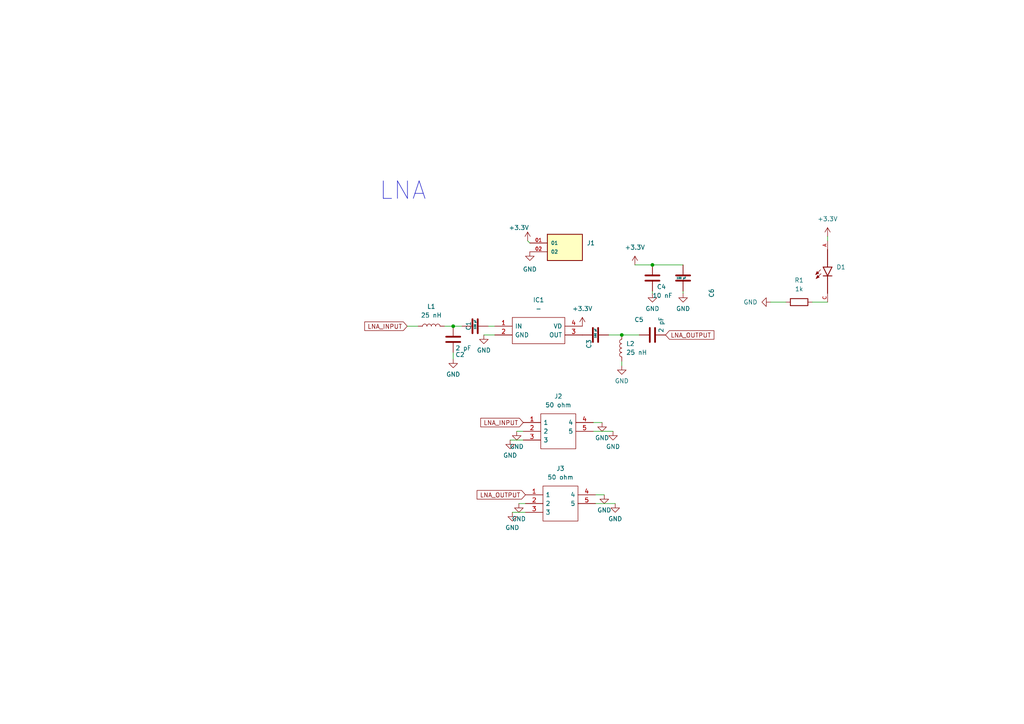
<source format=kicad_sch>
(kicad_sch (version 20230121) (generator eeschema)
  (paper "A4")
  (lib_symbols
    (symbol "0603 LED:LTST-C190KRKT" (pin_names (offset 1.016))
      (property "Reference" "D" (at -2.0351 4.0703 0))
      (property "Value" "LTST-C190KRKT" (at -2.0337 -3.8132 0))
      (symbol "LTST-C190KRKT_0_0"
        (polyline (pts (xy -5.08 0) (xy 0 0)) (stroke (width 0.254)))
        (polyline (pts (xy 0 -1.27) (xy 0 0)) (stroke (width 0.254)))
        (polyline (pts (xy 0 0) (xy 0 1.27)) (stroke (width 0.254)))
        (polyline (pts (xy 0 0) (xy 2.54 1.27)) (stroke (width 0.254)))
        (polyline (pts (xy 0.635 1.905) (xy -0.762 3.302)) (stroke (width 0.1524)))
        (polyline (pts (xy 1.778 2.032) (xy 0.381 3.429)) (stroke (width 0.1524)))
        (polyline (pts (xy 2.54 -1.27) (xy 0 0)) (stroke (width 0.254)))
        (polyline (pts (xy 2.54 -1.27) (xy 2.54 0)) (stroke (width 0.254)))
        (polyline (pts (xy 2.54 0) (xy 2.54 1.27)) (stroke (width 0.254)))
        (polyline (pts (xy 2.54 0) (xy 7.62 0)) (stroke (width 0.254)))
        (polyline (pts (xy -0.762 3.302) (xy 0.127 2.921) (xy -0.381 2.413) (xy -0.762 3.302)) (stroke (width 0.1524)) (fill (type outline)))
        (polyline (pts (xy 0.381 3.429) (xy 1.27 3.048) (xy 0.762 2.54) (xy 0.381 3.429)) (stroke (width 0.1524)) (fill (type outline)))
        (pin passive line (at 10.16 0 180) (length 2.54) (name "~") (number "A"))
        (pin passive line (at -7.62 0 0) (length 2.54) (name "~") (number "C"))
      )
    )
    (symbol "BGA420:BGA420H6327XTSA1" (pin_names (offset 0.762))
      (property "Reference" "IC" (at 21.59 7.62 0))
      (property "Value" "BGA420H6327XTSA1" (at 21.59 5.08 0))
      (symbol "BGA420H6327XTSA1_0_0"
        (pin passive line (at 0 0 0) (length 5.08) (name "IN") (number "1"))
        (pin passive line (at 0 -2.54 0) (length 5.08) (name "GND") (number "2"))
        (pin passive line (at 25.4 -2.54 180) (length 5.08) (name "OUT") (number "3"))
        (pin passive line (at 25.4 0 180) (length 5.08) (name "VD") (number "4"))
      )
      (symbol "BGA420H6327XTSA1_0_1"
        (polyline (pts (xy 5.08 2.54) (xy 20.32 2.54) (xy 20.32 -5.08) (xy 5.08 -5.08) (xy 5.08 2.54)) (stroke (width 0.1524)))
      )
    )
    (symbol "Device:C" (pin_numbers hide) (pin_names (offset 0.254))
      (property "Reference" "C" (at 0.635 2.54 0))
      (property "Value" "C" (at 0.635 -2.54 0))
      (symbol "C_0_1"
        (polyline (pts (xy -2.032 -0.762) (xy 2.032 -0.762)) (stroke (width 0.508)))
        (polyline (pts (xy -2.032 0.762) (xy 2.032 0.762)) (stroke (width 0.508)))
      )
      (symbol "C_1_1"
        (pin passive line (at 0 3.81 270) (length 2.794) (name "~") (number "1"))
        (pin passive line (at 0 -3.81 90) (length 2.794) (name "~") (number "2"))
      )
    )
    (symbol "Device:L" (pin_numbers hide) (pin_names (offset 1.016) hide)
      (property "Reference" "L" (at -1.27 0 90))
      (property "Value" "L" (at 1.905 0 90))
      (symbol "L_0_1"
        (arc (start 0 -2.54) (mid 0.6323 -1.905) (end 0 -1.27))
        (arc (start 0 -1.27) (mid 0.6323 -0.635) (end 0 0))
        (arc (start 0 0) (mid 0.6323 0.635) (end 0 1.27))
        (arc (start 0 1.27) (mid 0.6323 1.905) (end 0 2.54))
      )
      (symbol "L_1_1"
        (pin passive line (at 0 3.81 270) (length 1.27) (name "1") (number "1"))
        (pin passive line (at 0 -3.81 90) (length 1.27) (name "2") (number "2"))
      )
    )
    (symbol "Device:R" (pin_numbers hide) (pin_names (offset 0))
      (property "Reference" "R" (at 2.032 0 90))
      (property "Value" "R" (at 0 0 90))
      (symbol "R_0_1"
        (rectangle (start -1.016 -2.54) (end 1.016 2.54) (stroke (width 0.254)))
      )
      (symbol "R_1_1"
        (pin passive line (at 0 3.81 270) (length 1.27) (name "~") (number "1"))
        (pin passive line (at 0 -3.81 90) (length 1.27) (name "~") (number "2"))
      )
    )
    (symbol "SMA Jacks:5-1814400-2" (pin_names (offset 0.762))
      (property "Reference" "J" (at 16.51 7.62 0))
      (property "Value" "5-1814400-2" (at 16.51 5.08 0))
      (symbol "5-1814400-2_0_0"
        (pin passive line (at 0 0 0) (length 5.08) (name "1") (number "1"))
        (pin passive line (at 0 -2.54 0) (length 5.08) (name "2") (number "2"))
        (pin passive line (at 0 -5.08 0) (length 5.08) (name "3") (number "3"))
        (pin passive line (at 20.32 0 180) (length 5.08) (name "4") (number "4"))
        (pin passive line (at 20.32 -2.54 180) (length 5.08) (name "5") (number "5"))
      )
      (symbol "5-1814400-2_0_1"
        (polyline (pts (xy 5.08 2.54) (xy 15.24 2.54) (xy 15.24 -7.62) (xy 5.08 -7.62) (xy 5.08 2.54)) (stroke (width 0.1524)))
      )
    )
    (symbol "Two Terminal Block:1935776" (pin_names (offset 1.016))
      (property "Reference" "J" (at -5.08 5.842 0))
      (property "Value" "1935776" (at -5.08 -5.08 0))
      (symbol "1935776_0_0"
        (rectangle (start -5.08 -2.54) (end 5.08 5.08) (stroke (width 0.254)) (fill (type background)))
        (pin passive line (at -10.16 2.54 0) (length 5.08) (name "01") (number "01"))
        (pin passive line (at -10.16 0 0) (length 5.08) (name "02") (number "02"))
      )
    )
    (symbol "power:+3.3V" (power) (pin_names (offset 0))
      (property "Value" "+3.3V" (at 0 3.556 0))
      (symbol "+3.3V_0_1"
        (polyline (pts (xy -0.762 1.27) (xy 0 2.54)))
        (polyline (pts (xy 0 0) (xy 0 2.54)))
        (polyline (pts (xy 0 2.54) (xy 0.762 1.27)))
      )
      (symbol "+3.3V_1_1"
        (pin power_in line (at 0 0 90) (length 0) hide (name "+3.3V") (number "1"))
      )
    )
    (symbol "power:GND" (power) (pin_names (offset 0))
      (property "Value" "GND" (at 0 -3.81 0))
      (symbol "GND_0_1"
        (polyline (pts (xy 0 0) (xy 0 -1.27) (xy 1.27 -1.27) (xy 0 -2.54) (xy -1.27 -1.27) (xy 0 -1.27)))
      )
      (symbol "GND_1_1"
        (pin power_in line (at 0 0 270) (length 0) hide (name "GND") (number "1"))
      )
    )
  )
  (junction (at 189.23 76.835))
  (junction (at 180.34 97.155))
  (junction (at 131.445 94.615))
  (wire (pts (xy 180.34 104.775) (xy 180.34 106.045)))
  (wire (pts (xy 141.605 94.615) (xy 143.51 94.615)))
  (wire (pts (xy 140.335 97.155) (xy 143.51 97.155)))
  (wire (pts (xy 172.72 146.05) (xy 178.435 146.05)))
  (wire (pts (xy 131.445 94.615) (xy 133.985 94.615)))
  (wire (pts (xy 235.585 87.63) (xy 240.03 87.63)))
  (wire (pts (xy 149.86 125.095) (xy 151.765 125.095)))
  (wire (pts (xy 176.53 97.155) (xy 180.34 97.155)))
  (wire (pts (xy 148.59 148.59) (xy 152.4 148.59)))
  (wire (pts (xy 184.15 76.835) (xy 189.23 76.835)))
  (wire (pts (xy 172.085 125.095) (xy 177.8 125.095)))
  (wire (pts (xy 223.52 87.63) (xy 227.965 87.63)))
  (wire (pts (xy 240.03 68.58) (xy 240.03 69.85)))
  (wire (pts (xy 180.34 97.155) (xy 185.42 97.155)))
  (wire (pts (xy 172.72 143.51) (xy 175.26 143.51)))
  (wire (pts (xy 118.11 94.615) (xy 121.285 94.615)))
  (wire (pts (xy 153.035 69.85) (xy 153.67 70.485)))
  (wire (pts (xy 172.085 122.555) (xy 174.625 122.555)))
  (wire (pts (xy 147.955 127.635) (xy 151.765 127.635)))
  (wire (pts (xy 198.12 85.09) (xy 198.12 84.455)))
  (wire (pts (xy 128.905 94.615) (xy 131.445 94.615)))
  (wire (pts (xy 150.495 146.05) (xy 152.4 146.05)))
  (wire (pts (xy 131.445 102.235) (xy 131.445 104.14)))
  (wire (pts (xy 189.23 85.09) (xy 189.23 84.455)))
  (wire (pts (xy 189.23 76.835) (xy 198.12 76.835)))
  (text "LNA\n" (at 109.855 58.42 0) (effects (font (size 5.08 5.08)) (justify left bottom)))
  (global_label "LNA_INPUT" (shape input) (at 151.765 122.555 180) (property "Intersheetrefs" "${INTERSHEET_REFS}" (effects hide)))
  (global_label "LNA_INPUT" (shape input) (at 118.11 94.615 180) (property "Intersheetrefs" "${INTERSHEET_REFS}" (effects hide)))
  (global_label "LNA_OUTPUT" (shape input) (at 193.04 97.155 0) (property "Intersheetrefs" "${INTERSHEET_REFS}" (effects hide)))
  (global_label "LNA_OUTPUT" (shape input) (at 152.4 143.51 180) (property "Intersheetrefs" "${INTERSHEET_REFS}" (effects hide)))
  (symbol (lib_id "0603 LED:LTST-C190KRKT") (at 240.03 80.01 90) (unit 1)
    (property "Reference" "D1" (at 242.57 77.47 90) (effects (justify right)))
    (property "Value" "-" (effects hide))
    (property "Footprint" "0603 LED:LEDC1608X35N" (effects hide))
    (property "Description" "LED RED CLEAR CHIP SMD" (effects hide))
    (property "Link" "https://www.digikey.com/en/products/detail/liteon/LTST-C190KRKT/386817?s=N4IgTCBcDaIDIBUDKCC0BhAjATgAwGkAlfBAAhAF0BfIA" (effects hide))
    (property "Manufacturer" "Lite-On Inc." (effects hide))
    (property "Part Number" "LTST-C190KRKT" (effects hide))
    (property "Vendor" "Digikey" (effects hide))
    (property "Vendor ID" "160-1436-1-ND" (effects hide))
  )
  (symbol (lib_id "Device:C") (at 198.12 80.645 0) (unit 1)
    (property "Reference" "C6" (at 206.375 86.36 90) (effects (justify left)))
    (property "Value" "100 pF" (at 196.215 80.645 0) (effects (font (size 0.508 0.508)) (justify left)))
    (property "Footprint" "Capacitor_SMD:C_0603_1608Metric_Pad1.08x0.95mm_HandSolder" (effects hide))
    (property "Description" "CAP CER 100PF 16V C0G/NP0 0603" (effects hide))
    (property "Link" "https://www.digikey.com/en/products/detail/w%C3%BCrth-elektronik/885012006023/5453621" (effects hide))
    (property "Manufacturer" "Würth Elektronik" (effects hide))
    (property "Part Number" "885012006023" (effects hide))
    (property "Vendor" "Digikey" (effects hide))
    (property "Vendor ID" "732-7766-1-ND" (effects hide))
  )
  (symbol (lib_id "BGA420:BGA420H6327XTSA1") (at 143.51 94.615 0) (unit 1)
    (property "Reference" "IC1" (at 156.21 86.995 0))
    (property "Value" "-" (at 156.21 89.535 0))
    (property "Footprint" "bga420:SOT343" (effects hide))
    (property "Description" "IC RF AMP GPS 0HZ-3GHZ SOT343-3D" (effects hide))
    (property "Link" "https://www.digikey.com/en/products/detail/infineon-technologies/BGA420H6327XTSA1/2337810" (effects hide))
    (property "Manufacturer" "Infineon Technologies" (effects hide))
    (property "Part Number" "BGA420H6327XTSA1" (effects hide))
    (property "Vendor" "Digikey" (effects hide))
    (property "Vendor ID" "BGA420H6327XTSA1CT-ND" (effects hide))
  )
  (symbol (lib_id "power:GND") (at 131.445 104.14 0) (unit 1)
    (property "Reference" "#PWR01" (effects hide))
    (property "Value" "GND" (at 131.445 108.585 0))
  )
  (symbol (lib_id "power:GND") (at 153.67 73.025 0) (unit 1)
    (property "Reference" "#PWR011" (effects hide))
    (property "Value" "GND" (at 153.67 78.105 0))
  )
  (symbol (lib_id "Device:R") (at 231.775 87.63 90) (unit 1)
    (property "Reference" "R1" (at 231.775 81.28 90))
    (property "Value" "1k" (at 231.775 83.82 90))
    (property "Footprint" "Resistor_SMD:R_0603_1608Metric_Pad0.98x0.95mm_HandSolder" (effects hide))
    (property "Description" "RES SMD 1K OHM 5% 1/10W 0603" (effects hide))
    (property "Link" "https://www.digikey.com/en/products/detail/panasonic-electronic-components/ERJ-3GEYJ102V/68472?s=N4IgjCBcoExaBjKAzAhgGwM4FMA0IB7KAbXABYAGANjJAF18AHAFyhAGVmAnASwDsA5iAC%2B%2BAMzwQSSGix5CJEDACsFCQxAs2nXoJH5lk6bJz4ikUmLBUAnGFoatkDt35DR4KkZQZTCiyBiNjBkXo6szjpu%2BuAA7N4yvvLmpGDBhuHarnoeoQkmyYqxABwUcJmR2e74YLG00FI%2BcmaKZGC1ZOVMES661UrKcA3GSS0BITA2Yg7dWX0xsRTxw01%2BKYFgMGAUGbOV8x7tMMuIq4Xj9HsgAJJ8zNgC2Fwxm3b5o-6WwWS7mj1RORqqgo72anxAyisMz%2Bc2ih0hEBWiTB6wgFV6cJqNmKNlBa0UILoHhgFGKhiRBTGqQABABrADyAAsALaYS4w5wAVT4PGY9OQAFlsKhMABXLjYGIAWkRp2R%2BIC23oHil9TllPBxWKtgcKvJ6o%2BqJA%2BDgJrI6hVJ0a8vOpCo2zKFFwSqJwmEQA" (effects hide))
    (property "Manufacturer" "Panasonic Electronic Components" (effects hide))
    (property "Part Number" "ERJ-3GEYJ102V" (effects hide))
    (property "Vendor" "Digikey" (effects hide))
    (property "Vendor ID" "P1.0KGCT-ND" (effects hide))
  )
  (symbol (lib_id "Device:C") (at 189.23 80.645 0) (unit 1)
    (property "Reference" "C4" (at 190.5 83.185 0) (effects (justify left)))
    (property "Value" "10 nF" (at 189.23 85.725 0) (effects (justify left)))
    (property "Footprint" "Capacitor_SMD:C_0603_1608Metric_Pad1.08x0.95mm_HandSolder" (effects hide))
    (property "Description" "CAP CER 10PF 10V C0G/NP0 0603" (effects hide))
    (property "Link" "https://www.digikey.com/en/products/detail/w%C3%BCrth-elektronik/885012006002/5453601" (effects hide))
    (property "Manufacturer" "Würth Elektronik" (effects hide))
    (property "Part Number" "885012006002" (effects hide))
    (property "Vendor" "Digikey" (effects hide))
    (property "Vendor ID" "732-7746-1-ND" (effects hide))
  )
  (symbol (lib_id "Device:C") (at 137.795 94.615 270) (unit 1)
    (property "Reference" "C2" (at 132.08 102.87 90) (effects (justify left)))
    (property "Value" "100 pF" (at 137.795 92.71 0) (effects (font (size 0.508 0.508)) (justify left)))
    (property "Footprint" "Capacitor_SMD:C_0603_1608Metric_Pad1.08x0.95mm_HandSolder" (effects hide))
    (property "Description" "CAP CER 100PF 16V C0G/NP0 0603" (effects hide))
    (property "Link" "https://www.digikey.com/en/products/detail/w%C3%BCrth-elektronik/885012006023/5453621" (effects hide))
    (property "Manufacturer" "Würth Elektronik" (effects hide))
    (property "Part Number" "885012006023" (effects hide))
    (property "Vendor" "Digikey" (effects hide))
    (property "Vendor ID" "732-7766-1-ND" (effects hide))
  )
  (symbol (lib_id "power:+3.3V") (at 168.91 94.615 0) (unit 1)
    (property "Reference" "#PWR03" (effects hide))
    (property "Value" "+3.3V" (at 168.91 89.535 0))
  )
  (symbol (lib_id "power:GND") (at 150.495 146.05 0) (unit 1)
    (property "Reference" "#PWR015" (effects hide))
    (property "Value" "GND" (at 150.495 150.495 0))
  )
  (symbol (lib_id "power:+3.3V") (at 184.15 76.835 0) (unit 1)
    (property "Reference" "#PWR05" (effects hide))
    (property "Value" "+3.3V" (at 184.15 71.755 0))
  )
  (symbol (lib_id "power:GND") (at 189.23 85.09 0) (unit 1)
    (property "Reference" "#PWR06" (effects hide))
    (property "Value" "GND" (at 189.23 89.535 0))
  )
  (symbol (lib_id "power:GND") (at 198.12 85.09 0) (unit 1)
    (property "Reference" "#PWR07" (effects hide))
    (property "Value" "GND" (at 198.12 89.535 0))
  )
  (symbol (lib_id "power:GND") (at 180.34 106.045 0) (unit 1)
    (property "Reference" "#PWR04" (effects hide))
    (property "Value" "GND" (at 180.34 110.49 0))
  )
  (symbol (lib_id "power:GND") (at 149.86 125.095 0) (unit 1)
    (property "Reference" "#PWR014" (effects hide))
    (property "Value" "GND" (at 149.86 129.54 0))
  )
  (symbol (lib_id "power:GND") (at 148.59 148.59 0) (unit 1)
    (property "Reference" "#PWR013" (effects hide))
    (property "Value" "GND" (at 148.59 153.035 0))
  )
  (symbol (lib_id "SMA Jacks:5-1814400-2") (at 151.765 122.555 0) (unit 1)
    (property "Reference" "J2" (at 161.925 114.935 0))
    (property "Value" "50 ohm" (at 161.925 117.475 0))
    (property "Footprint" "sma:518144002" (effects hide))
    (property "Description" "CONN SMA JACK R/A 50 OHM PCB" (effects hide))
    (property "Link" "https://www.digikey.com/en/products/detail/te-connectivity-amp-connectors/5-1814400-2/11498408?utm_adgroup=RF%20%26%20RFID&utm_source=google&utm_medium=cpc&utm_campaign=Dynamic%20Search_EN_RLSA_Cart&utm_term=&utm_content=RF%20%26%20RFID&utm_id=go_cmp-175054875_adg-15264283635_ad-665604606416_aud-505192123630:dsa-152295748091_dev-c_ext-_prd-_sig-CjwKCAjw7c2pBhAZEiwA88pOF5LthMYWSTqa-AciiuAKjxBdrXR98jc6iUU6iGaURKHmJ3UG9S-BWBoCcRMQAvD_BwE&gclid=CjwKCAjw7c2pBhAZEiwA88pOF5LthMYWSTqa-AciiuAKjxBdrXR98jc6iUU6iGaURKHmJ3UG9S-BWBoCcRMQAvD_BwE" (effects hide))
    (property "Manufacturer" "TE Connectivity AMP Connectors" (effects hide))
    (property "Part Number" "5-1814400-2" (effects hide))
    (property "Vendor" "Digikey" (effects hide))
    (property "Vendor ID" "17-5-1814400-2CT-ND" (effects hide))
  )
  (symbol (lib_id "Two Terminal Block:1935776") (at 163.83 73.025 0) (unit 1)
    (property "Reference" "J1" (at 170.18 70.485 0) (effects (justify left)))
    (property "Value" "-" (effects hide))
    (property "Footprint" "terminal block:PHOENIX_1935776" (effects hide))
    (property "Description" "TERM BLK 2POS SIDE ENTRY 5MM PCB" (effects hide))
    (property "Link" "https://www.digikey.com/en/products/detail/phoenix-contact/1935776/2513905" (effects hide))
    (property "Manufacturer" "Phoenix Contact" (effects hide))
    (property "Part Number" "1935776" (effects hide))
    (property "Vendor" "Digikey" (effects hide))
    (property "Vendor ID" "277-6405-ND" (effects hide))
  )
  (symbol (lib_id "Device:C") (at 172.72 97.155 270) (unit 1)
    (property "Reference" "C3" (at 170.815 98.425 0) (effects (justify left)))
    (property "Value" "100 pF" (at 172.72 95.25 0) (effects (font (size 0.508 0.508)) (justify left)))
    (property "Footprint" "Capacitor_SMD:C_0603_1608Metric_Pad1.08x0.95mm_HandSolder" (effects hide))
    (property "Description" "CAP CER 100PF 16V C0G/NP0 0603" (effects hide))
    (property "Link" "https://www.digikey.com/en/products/detail/w%C3%BCrth-elektronik/885012006023/5453621" (effects hide))
    (property "Manufacturer" "Würth Elektronik" (effects hide))
    (property "Part Number" "885012006023" (effects hide))
    (property "Vendor" "Digikey" (effects hide))
    (property "Vendor ID" "732-7766-1-ND" (effects hide))
  )
  (symbol (lib_id "Device:L") (at 180.34 100.965 180) (unit 1)
    (property "Reference" "L2" (at 181.61 99.695 0) (effects (justify right)))
    (property "Value" "25 nH" (at 181.61 102.235 0) (effects (justify right)))
    (property "Footprint" "Inductor_SMD:L_0603_1608Metric_Pad1.05x0.95mm_HandSolder" (effects hide))
    (property "Description" "FIXED IND 24NH 1.1A 85 MOHM SMD" (effects hide))
    (property "Link" "https://www.digikey.com/en/products/detail/shenzhen-sunlord-electronics-co-ltd/SDWL1608CP24NJSTF/14120446" (effects hide))
    (property "Manufacturer" "Shenzhen Sunlord Electronics Co., Ltd." (effects hide))
    (property "Part Number" "SDWL1608CP24NJSTF" (effects hide))
    (property "Vendor" "Digikey" (effects hide))
    (property "Vendor ID" "3442-SDWL1608CP24NJSTFCT-ND" (effects hide))
  )
  (symbol (lib_id "SMA Jacks:5-1814400-2") (at 152.4 143.51 0) (unit 1)
    (property "Reference" "J3" (at 162.56 135.89 0))
    (property "Value" "50 ohm" (at 162.56 138.43 0))
    (property "Footprint" "sma:518144002" (effects hide))
    (property "Description" "CONN SMA JACK R/A 50 OHM PCB" (effects hide))
    (property "Link" "https://www.digikey.com/en/products/detail/te-connectivity-amp-connectors/5-1814400-2/11498408?utm_adgroup=RF%20%26%20RFID&utm_source=google&utm_medium=cpc&utm_campaign=Dynamic%20Search_EN_RLSA_Cart&utm_term=&utm_content=RF%20%26%20RFID&utm_id=go_cmp-175054875_adg-15264283635_ad-665604606416_aud-505192123630:dsa-152295748091_dev-c_ext-_prd-_sig-CjwKCAjw7c2pBhAZEiwA88pOF5LthMYWSTqa-AciiuAKjxBdrXR98jc6iUU6iGaURKHmJ3UG9S-BWBoCcRMQAvD_BwE&gclid=CjwKCAjw7c2pBhAZEiwA88pOF5LthMYWSTqa-AciiuAKjxBdrXR98jc6iUU6iGaURKHmJ3UG9S-BWBoCcRMQAvD_BwE" (effects hide))
    (property "Manufacturer" "TE Connectivity AMP Connectors" (effects hide))
    (property "Part Number" "5-1814400-2" (effects hide))
    (property "Vendor" "Digikey" (effects hide))
    (property "Vendor ID" "17-5-1814400-2CT-ND" (effects hide))
  )
  (symbol (lib_id "power:+3.3V") (at 240.03 68.58 0) (unit 1)
    (property "Reference" "#PWR09" (effects hide))
    (property "Value" "+3.3V" (at 240.03 63.5 0))
  )
  (symbol (lib_id "power:GND") (at 174.625 122.555 0) (unit 1)
    (property "Reference" "#PWR016" (effects hide))
    (property "Value" "GND" (at 174.625 127 0))
  )
  (symbol (lib_id "power:GND") (at 223.52 87.63 270) (unit 1)
    (property "Reference" "#PWR08" (effects hide))
    (property "Value" "GND" (at 219.71 87.63 90) (effects (justify right)))
  )
  (symbol (lib_id "Device:L") (at 125.095 94.615 90) (unit 1)
    (property "Reference" "L1" (at 125.095 88.9 90))
    (property "Value" "25 nH" (at 125.095 91.44 90))
    (property "Footprint" "Inductor_SMD:L_0603_1608Metric_Pad1.05x0.95mm_HandSolder" (effects hide))
    (property "Description" "FIXED IND 24NH 1.1A 85 MOHM SMD" (effects hide))
    (property "Link" "https://www.digikey.com/en/products/detail/shenzhen-sunlord-electronics-co-ltd/SDWL1608CP24NJSTF/14120446" (effects hide))
    (property "Manufacturer" "Shenzhen Sunlord Electronics Co., Ltd." (effects hide))
    (property "Part Number" "SDWL1608CP24NJSTF" (effects hide))
    (property "Vendor" "Digikey" (effects hide))
    (property "Vendor ID" "3442-SDWL1608CP24NJSTFCT-ND" (effects hide))
  )
  (symbol (lib_id "power:GND") (at 177.8 125.095 0) (unit 1)
    (property "Reference" "#PWR018" (effects hide))
    (property "Value" "GND" (at 177.8 129.54 0))
  )
  (symbol (lib_id "power:GND") (at 147.955 127.635 0) (unit 1)
    (property "Reference" "#PWR012" (effects hide))
    (property "Value" "GND" (at 147.955 132.08 0))
  )
  (symbol (lib_id "Device:C") (at 189.23 97.155 90) (unit 1)
    (property "Reference" "C5" (at 186.69 92.71 90) (effects (justify left)))
    (property "Value" "2 pF" (at 191.77 96.52 0) (effects (justify left)))
    (property "Footprint" "Capacitor_SMD:C_0603_1608Metric_Pad1.08x0.95mm_HandSolder" (effects hide))
    (property "Description" "CAP CER 2.2PF 50V C0G/NP0 0603" (effects hide))
    (property "Link" "https://www.digikey.com/en/products/detail/w%C3%BCrth-elektronik/885012006047/5453644" (effects hide))
    (property "Manufacturer" "Würth Elektronik" (effects hide))
    (property "Part Number" "885012006047" (effects hide))
    (property "Vendor" "Digikey" (effects hide))
    (property "Vendor ID" "732-7789-1-ND" (effects hide))
  )
  (symbol (lib_id "power:GND") (at 175.26 143.51 0) (unit 1)
    (property "Reference" "#PWR017" (effects hide))
    (property "Value" "GND" (at 175.26 147.955 0))
  )
  (symbol (lib_id "Device:C") (at 131.445 98.425 0) (unit 1)
    (property "Reference" "C1" (at 135.89 95.885 90) (effects (justify left)))
    (property "Value" "2 pF" (at 132.08 100.965 0) (effects (justify left)))
    (property "Footprint" "Capacitor_SMD:C_0603_1608Metric_Pad1.08x0.95mm_HandSolder" (effects hide))
    (property "Description" "CAP CER 2.2PF 50V C0G/NP0 0603" (effects hide))
    (property "Link" "https://www.digikey.com/en/products/detail/w%C3%BCrth-elektronik/885012006047/5453644" (effects hide))
    (property "Manufacturer" "Würth Elektronik" (effects hide))
    (property "Part Number" "885012006047" (effects hide))
    (property "Vendor" "Digikey" (effects hide))
    (property "Vendor ID" "732-7789-1-ND" (effects hide))
  )
  (symbol (lib_id "power:GND") (at 140.335 97.155 0) (unit 1)
    (property "Reference" "#PWR02" (effects hide))
    (property "Value" "GND" (at 140.335 101.6 0))
  )
  (symbol (lib_id "power:+3.3V") (at 153.035 69.85 0) (unit 1)
    (property "Reference" "#PWR010" (effects hide))
    (property "Value" "+3.3V" (at 150.495 66.04 0))
  )
  (symbol (lib_id "power:GND") (at 178.435 146.05 0) (unit 1)
    (property "Reference" "#PWR019" (effects hide))
    (property "Value" "GND" (at 178.435 150.495 0))
  )
)
</source>
